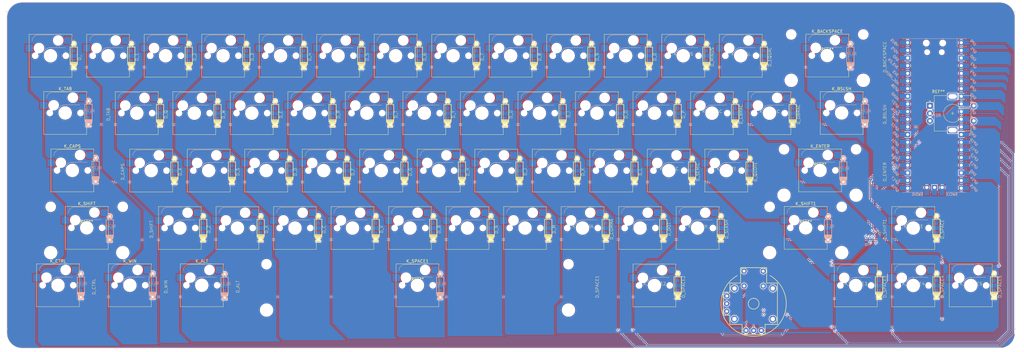
<source format=kicad_pcb>
(kicad_pcb (version 20221018) (generator pcbnew)
  (layers (0 "F.Cu" signal) (31 "B.Cu" signal) (34 "B.Paste" user) (35 "F.Paste" user) (36 "B.SilkS" user "B.Silkscreen") (37 "F.SilkS" user "F.Silkscreen") (38 "B.Mask" user) (39 "F.Mask" user) (44 "Edge.Cuts" user))
  (net 0 "")
  (footprint "personal:nothing" (layer "F.Cu") (at 440.50009 207.922334 90)
    (fp_text reference "D_ENTER")
    (fp_text value "D")
  )
  (footprint "personal:1u mx hotswap with diode" (layer "F.Cu") (at 244.73759 226.472334)
    (fp_text reference "K_C")
    (fp_text value "KEYSW")
  )
  (footprint "Mounting_Keyboard_Stabilizer:Stabilizer_Cherry_MX_2.00u" (layer "F.Cu") (at 418.56884 207.422334)
    (fp_text reference "REF**")
    (fp_text value "Stabilizer_Cherry_MX_2.00u")
  )
  (footprint "personal:1u mx hotswap with diode" (layer "F.Cu") (at 282.83759 226.472334)
    (fp_text reference "K_B")
    (fp_text value "KEYSW")
  )
  (footprint "personal:1u mx hotswap with diode" (layer "F.Cu") (at 292.36259 207.422334)
    (fp_text reference "K_H")
    (fp_text value "KEYSW")
  )
  (footprint "personal:nothing" (layer "F.Cu") (at 226.18759 246.022334 90)
    (fp_text reference "D_ALT")
    (fp_text value "D")
  )
  (footprint "personal:1u mx hotswap with diode" (layer "F.Cu") (at 182.82509 169.322334)
    (fp_text reference "K_1")
    (fp_text value "KEYSW")
  )
  (footprint "personal:nothing" (layer "F.Cu") (at 292.86259 226.972334 90)
    (fp_text reference "D_B")
    (fp_text value "D")
  )
  (footprint "Switch_Keyboard_Hotswap_Kailh:SW_Hotswap_Kailh_MX_2.00u" (layer "F.Cu") (at 420.95009 169.322334)
    (fp_text reference "K_BACKSPACE")
    (fp_text value "KEYSW")
  )
  (footprint "personal:nothing" (layer "F.Cu") (at 216.66259 226.972334 90)
    (fp_text reference "D_Z")
    (fp_text value "D")
  )
  (footprint "personal:nothing" (layer "F.Cu") (at 178.56259 246.022334 90)
    (fp_text reference "D_CTRL")
    (fp_text value "D")
  )
  (footprint "personal:nothing" (layer "F.Cu") (at 345.25009 169.822334 90)
    (fp_text reference "D_9")
    (fp_text value "D")
  )
  (footprint "personal:1u mx hotswap with diode" (layer "F.Cu") (at 197.11259 207.422334)
    (fp_text reference "K_A")
    (fp_text value "KEYSW")
  )
  (footprint "personal:1u mx hotswap with diode" (layer "F.Cu") (at 311.41259 207.422334)
    (fp_text reference "K_J")
    (fp_text value "KEYSW")
  )
  (footprint "personal:nothing" (layer "F.Cu") (at 311.91259 226.972334 90)
    (fp_text reference "D_N")
    (fp_text value "D")
  )
  (footprint "personal:nothing" (layer "F.Cu") (at 297.62509 188.872334 90)
    (fp_text reference "D_Y")
    (fp_text value "D")
  )
  (footprint "personal:1u mx hotswap with diode" (layer "F.Cu") (at 325.70009 188.372334)
    (fp_text reference "K_I")
    (fp_text value "KEYSW")
  )
  (footprint "Switch_Keyboard_Hotswap_Kailh:SW_Hotswap_Kailh_MX_1.25u" (layer "F.Cu") (at 189.96884 245.522334)
    (fp_text reference "K_WIN")
    (fp_text value "KEYSW")
  )
  (footprint "PS4_joystick_footprint-main:PS4_joystick" (layer "F.Cu") (at 396.566235 251.639321)
    (fp_text reference "REF**" hide)
    (fp_text value "XDCR_COM-09032" hide)
  )
  (footprint "personal:1u mx hotswap with diode" (layer "F.Cu") (at 449.52509 245.522334)
    (fp_text reference "K_SPACE4")
    (fp_text value "KEYSW")
  )
  (footprint "personal:nothing" (layer "F.Cu") (at 383.35009 169.822334 90)
    (fp_text reference "D_MINUS")
    (fp_text value "D")
  )
  (footprint "personal:nothing" (layer "F.Cu") (at 269.05009 169.822334 90)
    (fp_text reference "D_5")
    (fp_text value "D")
  )
  (footprint "personal:nothing" (layer "F.Cu") (at 288.10009 169.822334 90)
    (fp_text reference "D_6")
    (fp_text value "D")
  )
  (footprint "personal:nothing" (layer "F.Cu") (at 335.72509 188.872334 90)
    (fp_text reference "D_I")
    (fp_text value "D")
  )
  (footprint "personal:nothing" (layer "F.Cu") (at 316.67509 188.872334 90)
    (fp_text reference "D_U")
    (fp_text value "D")
  )
  (footprint "personal:nothing" (layer "F.Cu") (at 402.40009 169.822334 90)
    (fp_text reference "D_EQUAL")
    (fp_text value "D")
  )
  (footprint "personal:nothing" (layer "F.Cu") (at 440.50009 188.872334 90)
    (fp_text reference "D_BSLSH")
    (fp_text value "D")
  )
  (footprint "personal:1u mx hotswap with diode" (layer "F.Cu") (at 468.57509 245.522334)
    (fp_text reference "K_SPACE5")
    (fp_text value "KEYSW")
  )
  (footprint "Switch_Keyboard_Hotswap_Kailh:SW_Hotswap_Kailh_MX_1.75u" (layer "F.Cu") (at 170.91884 207.422334)
    (fp_text reference "K_CAPS")
    (fp_text value "KEYSW")
  )
  (footprint "Mounting_Keyboard_Stabilizer:Stabilizer_Cherry_MX_6.25u" (layer "F.Cu") (at 285.237077 245.522033)
    (fp_text reference "REF**")
    (fp_text value "Stabilizer_Cherry_MX_6.25u")
  )
  (footprint "personal:1u mx hotswap with diode" (layer "F.Cu") (at 392.37509 169.322334)
    (fp_text reference "K_EQUAL")
    (fp_text value "KEYSW")
  )
  (footprint "personal:nothing" (layer "F.Cu") (at 283.33759 207.922334 90)
    (fp_text reference "D_G")
    (fp_text value "D")
  )
  (footprint "Switch_Keyboard_Hotswap_Kailh:SW_Hotswap_Kailh_MX_1.25u" (layer "F.Cu") (at 213.78134 245.522334)
    (fp_text reference "K_ALT")
    (fp_text value "KEYSW")
  )
  (footprint "personal:1u mx hotswap with diode" (layer "F.Cu") (at 320.93759 226.472334)
    (fp_text reference "K_M")
    (fp_text value "KEYSW")
  )
  (footprint "Switch_Keyboard_Hotswap_Kailh:SW_Hotswap_Kailh_MX_2.25u" (layer "F.Cu") (at 418.56884 207.422334)
    (fp_text reference "K_ENTER")
    (fp_text value "KEYSW")
  )
  (footprint "personal:nothing" (layer "F.Cu") (at 459.55009 246.022334 90)
    (fp_text reference "D_SPACE4")
    (fp_text value "D")
  )
  (footprint "Switch_Keyboard_Hotswap_Kailh:SW_Hotswap_Kailh_MX_2.75u" (layer "F.Cu") (at 413.80634 226.472334)
    (fp_text reference "K_SHIFT1")
    (fp_text value "KEYSW")
  )
  (footprint "personal:nothing" (layer "F.Cu") (at 373.82509 188.872334 90)
    (fp_text reference "D_P")
    (fp_text value "D")
  )
  (footprint "Switch_Keyboard_Hotswap_Kailh:SW_Hotswap_Kailh_MX_6.25u" (layer "F.Cu") (at 285.21884 245.522334)
    (fp_text reference "K_SPACE1")
    (fp_text value "KEYSW")
  )
  (footprint "personal:nothing" (layer "F.Cu") (at 207.13759 207.922334 90)
    (fp_text reference "D_A")
    (fp_text value "D")
  )
  (footprint "personal:nothing" (layer "F.Cu") (at 245.23759 207.922334 90)
    (fp_text reference "D_D")
    (fp_text value "D")
  )
  (footprint "personal:nothing" (layer "F.Cu") (at 354.77509 188.872334 90)
    (fp_text reference "D_O")
    (fp_text value "D")
  )
  (footprint "personal:nothing" (layer "F.Cu") (at 364.30009 169.822334 90)
    (fp_text reference "D_0")
    (fp_text value "D")
  )
  (footprint "personal:nothing" (layer "F.Cu") (at 221.42509 188.872334 90)
    (fp_text reference "D_W")
    (fp_text value "D")
  )
  (footprint "personal:1u mx hotswap with diode" (layer "F.Cu") (at 259.02509 169.322334)
    (fp_text reference "K_5")
    (fp_text value "KEYSW")
  )
  (footprint "personal:1u mx hotswap with diode" (layer "F.Cu") (at 225.68759 226.472334)
    (fp_text reference "K_X")
    (fp_text value "KEYSW")
  )
  (footprint "personal:nothing" (layer "F.Cu") (at 340.48759 207.922334 90)
    (fp_text reference "D_K")
    (fp_text value "D")
  )
  (footprint "personal:nothing" (layer "F.Cu") (at 250.00009 169.822334 90)
    (fp_text reference "D_4")
    (fp_text value "D")
  )
  (footprint "personal:nothing" (layer "F.Cu") (at 388.11259 226.972334 90)
    (fp_text reference "D_SLASH")
    (fp_text value "D")
  )
  (footprint "personal:nothing" (layer "F.Cu") (at 202.37509 246.022334 90)
    (fp_text reference "D_WIN")
    (fp_text value "D")
  )
  (footprint "personal:1u mx hotswap with diode" (layer "F.Cu") (at 359.03759 226.472334)
    (fp_text reference "K_DOT")
    (fp_text value "KEYSW")
  )
  (footprint "personal:1u mx hotswap with diode" (layer "F.Cu") (at 220.92509 169.322334)
    (fp_text reference "K_3")
    (fp_text value "KEYSW")
  )
  (footprint "personal:nothing" (layer "F.Cu") (at 211.90009 169.822334 90)
    (fp_text reference "D_2")
    (fp_text value "D")
  )
  (footprint "Mounting_Keyboard_Stabilizer:Stabilizer_Cherry_MX_2.00u" (layer "F.Cu") (at 420.95009 169.322334)
    (fp_text reference "REF**")
    (fp_text value "Stabilizer_Cherry_MX_2.00u")
  )
  (footprint "personal:nothing" (layer "F.Cu") (at 307.15009 169.822334 90)
    (fp_text reference "D_7")
    (fp_text value "D")
  )
  (footprint "personal:nothing" (layer "F.Cu") (at 188.08759 207.922334 90)
    (fp_text reference "D_CAPS")
    (fp_text value "D")
  )
  (footprint "personal:1u mx hotswap with diode" (layer "F.Cu") (at 278.07509 169.322334)
    (fp_text reference "K_6")
    (fp_text value "KEYSW")
  )
  (footprint "personal:nothing" (layer "F.Cu") (at 350.01259 226.972334 90)
    (fp_text reference "D_COMMA")
    (fp_text value "D")
  )
  (footprint "Switch_Keyboard_Hotswap_Kailh:SW_Hotswap_Kailh_MX_1.50u" (layer "F.Cu") (at 168.53759 188.372334)
    (fp_text reference "K_TAB")
    (fp_text value "KEYSW")
  )
  (footprint "personal:1u mx hotswap with diode" (layer "F.Cu") (at 301.88759 226.472334)
    (fp_text reference "K_N")
    (fp_text value "KEYSW")
  )
  (footprint "personal:1u mx hotswap with diode" (layer "F.Cu") (at 363.80009 245.522334)
    (fp_text reference "K_SPACE2")
    (fp_text value "KEYSW")
  )
  (footprint "personal:nothing" (layer "F.Cu") (at 397.63759 207.922334 90)
    (fp_text reference "D_QUOTE")
    (fp_text value "D")
  )
  (footprint "personal:nothing" (layer "F.Cu") (at 378.58759 207.922334 90)
    (fp_text reference "D_SEMIC")
    (fp_text value "D")
  )
  (footprint "personal:nothing" (layer "F.Cu") (at 259.52509 188.872334 90)
    (fp_text reference "D_R")
    (fp_text value "D")
  )
  (footprint "personal:nothing" (layer "F.Cu") (at 197.61259 226.972334 90)
    (fp_text reference "D_SHIFT")
    (fp_text value "D")
  )
  (footprint "personal:1u mx hotswap with diode" (layer "F.Cu") (at 387.61259 207.422334)
    (fp_text reference "K_QUOTE")
    (fp_text value "KEYSW")
  )
  (footprint "personal:nothing" (layer "F.Cu") (at 173.80009 169.822334 90)
    (fp_text reference "D_`")
    (fp_text value "D")
  )
  (footprint "personal:nothing" (layer "F.Cu") (at 330.96259 226.972334 90)
    (fp_text reference "D_M")
    (fp_text value "D")
  )
  (footprint "personal:1u mx hotswap with diode" (layer "F.Cu") (at 339.98759 226.472334)
    (fp_text reference "K_COMMA")
    (fp_text value "KEYSW")
  )
  (footprint "personal:nothing" (layer "F.Cu") (at 440.50009 169.822334 90)
    (fp_text reference "D_BACKSPACE")
    (fp_text value "D")
  )
  (footprint "personal:1u mx hotswap with diode" (layer "F.Cu") (at 263.78759 226.472334)
    (fp_text reference "K_V")
    (fp_text value "KEYSW")
  )
  (footprint "personal:1u mx hotswap with diode" (layer "F.Cu") (at 449.52509 226.472334)
    (fp_text reference "K_SPACE")
    (fp_text value "KEYSW")
  )
  (footprint "personal:1u mx hotswap with diode" (layer "F.Cu") (at 316.17509 169.322334)
    (fp_text reference "K_8")
    (fp_text value "KEYSW")
  )
  (footprint "personal:nothing" (layer "F.Cu") (at 230.95009 169.822334 90)
    (fp_text reference "D_3")
    (fp_text value "D")
  )
  (footprint "Switch_Keyboard_Hotswap_Kailh:SW_Hotswap_Kailh_MX_1.25u" (layer "F.Cu") (at 166.15634 245.522334)
    (fp_text reference "K_CTRL")
    (fp_text value "KEYSW")
  )
  (footprint "personal:nothing" (layer "F.Cu") (at 326.20009 169.822334 90)
    (fp_text reference "D_8")
    (fp_text value "D")
  )
  (footprint "personal:nothing" (layer "F.Cu") (at 440.50009 226.972334 90)
    (fp_text reference "D_SHIFT1")
    (fp_text value "D")
  )
  (footprint "personal:nothing" (layer "F.Cu") (at 226.18759 207.922334 90)
    (fp_text reference "D_S")
    (fp_text value "D")
  )
  (footprint "personal:nothing" (layer "F.Cu") (at 411.92509 188.872334 90)
    (fp_text reference "D_OBRAC")
    (fp_text value "D")
  )
  (footprint "personal:nothing" (layer "F.Cu") (at 440.50009 246.022334 90)
    (fp_text reference "D_SPACE3")
    (fp_text value "D")
  )
  (footprint "personal:1u mx hotswap with diode" (layer "F.Cu") (at 163.77509 169.322334)
    (fp_text reference "K_`")
    (fp_text value "KEYSW")
  )
  (footprint "Rotary_Encoder:RotaryEncoder_Alps_EC11E-Switch_Vertical_H20mm" (layer "F.Cu") (at 454.961348 186.000862)
    (fp_text reference "REF**")
    (fp_text value "RotaryEncoder_Alps_EC11E-Switch_Vertical_H20mm")
  )
  (footprint "personal:nothing" (layer "F.Cu") (at 254.76259 226.972334 90)
    (fp_text reference "D_C")
    (fp_text value "D")
  )
  (footprint "personal:nothing" (layer "F.Cu") (at 345.25009 246.022334 90)
    (fp_text reference "D_SPACE1")
    (fp_text value "D")
  )
  (footprint "personal:1u mx hotswap with diode" (layer "F.Cu") (at 249.50009 188.372334)
    (fp_text reference "K_R")
    (fp_text value "KEYSW")
  )
  (footprint "personal:1u mx hotswap with diode" (layer "F.Cu") (at 363.80009 188.372334)
    (fp_text reference "K_P")
    (fp_text value "KEYSW")
  )
  (footprint "personal:nothing" (layer "F.Cu") (at 373.82509 246.022334 90)
    (fp_text reference "D_SPACE2")
    (fp_text value "D")
  )
  (footprint "personal:1u mx hotswap with diode" (layer "F.Cu") (at 211.40009 188.372334)
    (fp_text reference "K_W")
    (fp_text value "KEYSW")
  )
  (footprint "personal:1u mx hotswap with diode" (layer "F.Cu") (at 287.60009 188.372334)
    (fp_text reference "K_Y")
    (fp_text value "KEYSW")
  )
  (footprint "personal:1u mx hotswap with diode" (layer "F.Cu") (at 330.46259 207.422334)
    (fp_text reference "K_K")
    (fp_text value "KEYSW")
  )
  (footprint "personal:1u mx hotswap with diode" (layer "F.Cu") (at 354.27509 169.322334)
    (fp_text reference "K_0")
    (fp_text value "KEYSW")
  )
  (footprint "personal:1u mx hotswap with diode" (layer "F.Cu") (at 273.31259 207.422334)
    (fp_text reference "K_G")
    (fp_text value "KEYSW")
  )
  (footprint "personal:1u mx hotswap with diode" (layer "F.Cu") (at 349.51259 207.422334)
    (fp_text reference "K_L")
    (fp_text value "KEYSW")
  )
  (footprint "personal:1u mx hotswap with diode" (layer "F.Cu") (at 206.63759 226.472334)
    (fp_text reference "K_Z")
    (fp_text value "KEYSW")
  )
  (footprint "personal:1u mx hotswap with diode" (layer "F.Cu") (at 335.22509 169.322334)
    (fp_text reference "K_9")
    (fp_text value "KEYSW")
  )
  (footprint "personal:nothing" (layer "F.Cu") (at 235.71259 226.972334 90)
    (fp_text reference "D_X")
    (fp_text value "D")
  )
  (footprint "personal:1u mx hotswap with diode" (layer "F.Cu") (at 239.97509 169.322334)
    (fp_text reference "K_4")
    (fp_text value "KEYSW")
  )
  (footprint "personal:nothing" (layer "F.Cu") (at 278.57509 188.872334 90)
    (fp_text reference "D_T")
    (fp_text value "D")
  )
  (footprint "Mounting_Keyboard_Stabilizer:Stabilizer_Cherry_MX_2.00u" (layer "F.Cu") (at 175.68134 226.472334)
    (fp_text reference "REF**")
    (fp_text value "Stabilizer_Cherry_MX_2.00u")
  )
  (footprint "personal:nothing" (layer "F.Cu") (at 321.43759 207.922334 90)
    (fp_text reference "D_J")
    (fp_text value "D")
  )
  (footprint "personal:1u mx hotswap with diode" (layer "F.Cu") (at 378.08759 226.472334)
    (fp_text reference "K_SLASH")
    (fp_text value "KEYSW")
  )
  (footprint "personal:1u mx hotswap with diode" (layer "F.Cu") (at 216.16259 207.422334)
    (fp_text reference "K_S")
    (fp_text value "KEYSW")
  )
  (footprint "personal:1u mx hotswap with diode" (layer "F.Cu") (at 344.75009 188.372334)
    (fp_text reference "K_O")
    (fp_text value "KEYSW")
  )
  (footprint "personal:1u mx hotswap with diode" (layer "F.Cu") (at 254.26259 207.422334)
    (fp_text reference "K_F")
    (fp_text value "KEYSW")
  )
  (footprint "personal:nothing" (layer "F.Cu") (at 240.47509 188.872334 90)
    (fp_text reference "D_E")
    (fp_text value "D")
  )
  (footprint "personal:1u mx hotswap with diode" (layer "F.Cu") (at 382.85009 188.372334)
    (fp_text reference "K_CBRAC")
    (fp_text value "KEYSW")
  )
  (footprint "personal:nothing" (layer "F.Cu") (at 369.06259 226.972334 90)
    (fp_text reference "D_DOT")
    (fp_text value "D")
  )
  (footprint "personal:1u mx hotswap with diode" (layer "F.Cu") (at 430.47509 245.522334)
    (fp_text reference "K_SPACE3")
    (fp_text value "KEYSW")
  )
  (footprint "personal:nothing" (layer "F.Cu") (at 264.28759 207.922334 90)
    (fp_text reference "D_F")
    (fp_text value "D")
  )
  (footprint "Switch_Keyboard_Hotswap_Kailh:SW_Hotswap_Kailh_MX_2.25u" (layer "F.Cu") (at 175.68134 226.472334)
    (fp_text reference "K_SHIFT")
    (fp_text value "KEYSW")
  )
  (footprint "personal:nothing" (layer "F.Cu") (at 273.81259 226.972334 90)
    (fp_text reference "D_V")
    (fp_text value "D")
  )
  (footprint "personal:nothing" (layer "F.Cu") (at 192.85009 169.822334 90)
    (fp_text reference "D_1")
    (fp_text value "D")
  )
  (footprint "Switch_Keyboard_Hotswap_Kailh:SW_Hotswap_Kailh_MX_1.50u" (layer "F.Cu") (at 425.71259 188.372334)
    (fp_text reference "K_BSLSH")
    (fp_text value "KEYSW")
  )
  (footprint "personal:1u mx hotswap with diode" (layer "F.Cu") (at 306.65009 188.372334)
    (fp_text reference "K_U")
    (fp_text value "KEYSW")
  )
  (footprint "personal:nothing" (layer "F.Cu") (at 302.38759 207.922334 90)
    (fp_text reference "D_H")
    (fp_text value "D")
  )
  (footprint "personal:nothing" (layer "F.Cu") (at 183.32509 188.872334 90)
    (fp_text reference "D_TAB")
    (fp_text value "D")
  )
  (footprint "personal:nothing" (layer "F.Cu") (at 392.87509 188.872334 90)
    (fp_text reference "D_CBRAC")
    (fp_text value "D")
  )
  (footprint "personal:1u mx hotswap with diode" (layer "F.Cu") (at 192.35009 188.372334)
    (fp_text reference "K_Q")
    (fp_text value "KEYSW")
  )
  (footprint "personal:1u mx hotswap with diode" (layer "F.Cu") (at 368.56259 207.422334)
    (fp_text reference "K_SEMIC")
    (fp_text value "KEYSW")
  )
  (footprint "personal:1u mx hotswap with diode" (layer "F.Cu") (at 230.45009 188.372334)
    (fp_text reference "K_E")
    (fp_text value "KEYSW")
  )
  (footprint "personal:nothing" (layer "F.Cu") (at 359.53759 207.922334 90)
    (fp_text reference "D_L")
    (fp_text value "D")
  )
  (footprint "personal:1u mx hotswap with diode" (layer "F.Cu") (at 297.12509 169.322334)
    (fp_text reference "K_7")
    (fp_text value "KEYSW")
  )
  (footprint "personal:nothing" (layer "F.Cu") (at 478.60009 246.022334 90)
    (fp_text reference "D_SPACE5")
    (fp_text value "D")
  )
  (footprint "personal:1u mx hotswap with diode" (layer "F.Cu") (at 201.87509 169.322334)
    (fp_text reference "K_2")
    (fp_text value "KEYSW")
  )
  (footprint "personal:1u mx hotswap with diode" (layer "F.Cu") (at 235.21259 207.422334)
    (fp_text reference "K_D")
    (fp_text value "KEYSW")
  )
  (footprint "personal:1u mx hotswap with diode" (layer "F.Cu") (at 401.90009 188.372334)
    (fp_text reference "K_OBRAC")
    (fp_text value "KEYSW")
  )
  (footprint "personal:nothing" (layer "F.Cu") (at 202.37509 188.872334 90)
    (fp_text reference "D_Q")
    (fp_text value "D")
  )
  (footprint "personal:nothing" (layer "F.Cu") (at 459.55009 226.972334 90)
    (fp_text reference "D_SPACE")
    (fp_text value "D")
  )
  (footprint "personal:1u mx hotswap with diode" (layer "F.Cu") (at 268.55009 188.372334)
    (fp_text reference "K_T")
    (fp_text value "KEYSW")
  )
  (footprint "personal:1u mx hotswap with diode" (layer "F.Cu") (at 373.32509 169.322334)
    (fp_text reference "K_MINUS")
    (fp_text value "KEYSW")
  )
  (footprint "Mounting_Keyboard_Stabilizer:Stabilizer_Cherry_MX_2.00u" (layer "F.Cu") (at 413.80634 226.472334)
    (fp_text reference "REF**")
    (fp_text value "Stabilizer_Cherry_MX_2.00u")
  )
  (footprint "personal:diode tht smd" (layer "B.Cu") (at 428.562763 169.279635 180)
    (fp_text reference "REF**")
    (fp_text value "diode tht smd")
  )
  (footprint "personal:diode tht smd" (layer "B.Cu") (at 433.368817 188.259003 180)
    (fp_text reference "REF**")
    (fp_text value "diode tht smd")
  )
  (footprint "personal:diode tht smd" (layer "B.Cu") (at 197.474122 245.429286 180)
    (fp_text reference "REF**")
    (fp_text value "diode tht smd")
  )
  (footprint "personal:diode tht smd" (layer "B.Cu") (at 183.23864 226.511413 180)
    (fp_text reference "REF**")
    (fp_text value "diode tht smd")
  )
  (footprint "personal:diode tht smd" (layer "B.Cu") (at 421.169467 226.497573 180)
    (fp_text reference "REF**")
    (fp_text value "diode tht smd")
  )
  (footprint "personal:diode tht smd" (layer "B.Cu") (at 173.674708 245.527226 180)
    (fp_text reference "REF**")
    (fp_text value "diode tht smd")
  )
  (footprint "personal:diode tht smd" (layer "B.Cu") (at 176.21494 188.216878 180)
    (fp_text reference "REF**")
    (fp_text value "diode tht smd")
  )
  (footprint "personal:diode tht smd" (layer "B.Cu") (at 292.699326 245.551273 180)
    (fp_text reference "REF**")
    (fp_text value "diode tht smd")
  )
  (footprint "MCU_RaspberryPi_and_Boards:RPi_Pico_SMD_TH" (layer "B.Cu") (at 456.46542 189.192046 180)
    (fp_text reference "REF**")
    (fp_text value "RPi_Pico_SMD_TH")
  )
  (footprint "personal:diode tht smd" (layer "B.Cu") (at 178.572497 207.133286 180)
    (fp_text reference "REF**")
    (fp_text value "diode tht smd")
  )
  (footprint "personal:diode tht smd" (layer "B.Cu") (at 426.188888 207.28268 180)
    (fp_text reference "REF**")
    (fp_text value "diode tht smd")
  )
  (footprint "personal:diode tht smd" (layer "B.Cu") (at 221.273537 245.61817 180)
    (fp_text reference "REF**")
    (fp_text value "diode tht smd")
  )
  (gr_arc (start 154.25009 266.363649) (mid 150.714556 264.899183) (end 149.25009 261.363649) (stroke (width 0.1)) (layer "Edge.Cuts"))
  (gr_arc (start 478.10009 151.698516) (mid 481.635624 153.162982) (end 483.10009 156.698516) (stroke (width 0.1)) (layer "Edge.Cuts"))
  (gr_arc (start 149.25009 154.797334) (mid 149.25009 154.797334) (end 149.25009 154.797334) (stroke (width 0.2)) (layer "Edge.Cuts"))
  (gr_line (start 154.25009 151.698516) (end 478.10009 151.698516) (stroke (width 0.1)) (layer "Edge.Cuts"))
  (gr_line (start 478.10009 266.363649) (end 154.25009 266.363649) (stroke (width 0.1)) (layer "Edge.Cuts"))
  (gr_line (start 483.10009 156.698516) (end 483.10009 261.363649) (stroke (width 0.1)) (layer "Edge.Cuts"))
  (gr_line (start 149.25009 261.363649) (end 149.25009 156.698516) (stroke (width 0.1)) (layer "Edge.Cuts"))
  (gr_arc (start 483.10009 261.363649) (mid 481.635606 264.899148) (end 478.10009 266.363649) (stroke (width 0.1)) (layer "Edge.Cuts"))
  (gr_arc (start 149.25009 260.047334) (mid 149.25009 260.047334) (end 149.25009 260.047334) (stroke (width 0.2)) (layer "Edge.Cuts"))
  (gr_arc (start 149.25009 156.698516) (mid 150.71455 153.162968) (end 154.25009 151.698516) (stroke (width 0.1)) (layer "Edge.Cuts"))
  (gr_arc (start 483.10009 260.047334) (mid 483.10009 260.047334) (end 483.10009 260.047334) (stroke (width 0.2)) (layer "Edge.Cuts"))
  (gr_arc (start 483.10009 154.797334) (mid 483.10009 154.797334) (end 483.10009 154.797334) (stroke (width 0.2)) (layer "Edge.Cuts"))
  (segment (start 481.589494 207.026068) (end 477.725472 203.162046) (width 0.25) (layer "F.Cu") (net 0))
  (segment (start 396.363189 239.201631) (end 396.810915 238.753905) (width 0.2) (layer "F.Cu") (net 0))
  (segment (start 178.841545 211.302334) (end 178.632497 211.093286) (width 0.25) (layer "F.Cu") (net 0))
  (segment (start 440.646179 234.981073) (end 437.129667 231.464561) (width 0.25) (layer "F.Cu") (net 0))
  (segment (start 447.57542 187.922046) (end 443.865642 187.922046) (width 0.25) (layer "F.Cu") (net 0))
  (segment (start 408.705637 259.134158) (end 408.705637 249.973272) (width 0.25) (layer "F.Cu") (net 0))
  (segment (start 449.6847 163.47096) (end 450.662868 164.449128) (width 0.25) (layer "F.Cu") (net 0))
  (segment (start 443.865642 187.922046) (end 443.101863 188.685825) (width 0.25) (layer "F.Cu") (net 0))
  (segment (start 442.220404 189.567284) (end 442.220404 201.320082) (width 0.25) (layer "F.Cu") (net 0))
  (segment (start 437.39084 227.474816) (end 437.39084 211.587548) (width 0.2) (layer "F.Cu") (net 0))
  (segment (start 450.662868 209.07303) (end 451.512847 209.923009) (width 0.25) (layer "F.Cu") (net 0))
  (segment (start 435.164942 231.324013) (end 434.516155 231.9728) (width 0.25) (layer "F.Cu") (net 0))
  (segment (start 407.384752 255.256908) (end 407.636597 255.256908) (width 0.2) (layer "F.Cu") (net 0))
  (segment (start 442.220404 201.320082) (end 442.220404 202.98817) (width 0.25) (layer "F.Cu") (net 0))
  (segment (start 415.180024 237.973828) (end 421.637279 237.973828) (width 0.2) (layer "F.Cu") (net 0))
  (segment (start 436.295625 228.570031) (end 437.352755 227.512901) (width 0.2) (layer "F.Cu") (net 0))
  (segment (start 477.281797 264.396003) (end 480.981753 260.696047) (width 0.25) (layer "F.Cu") (net 0))
  (segment (start 204.72259 211.302334) (end 426.189234 211.302334) (width 0.25) (layer "F.Cu") (net 0))
  (segment (start 439.039096 173.239635) (end 442.446403 169.832328) (width 0.25) (layer "F.Cu") (net 0))
  (segment (start 396.532704 237.683052) (end 401.125467 237.683052) (width 0.2) (layer "F.Cu") (net 0))
  (segment (start 438.160372 214.870735) (end 442.249061 210.782046) (width 0.25) (layer "F.Cu") (net 0))
  (segment (start 451.349925 198.129009) (end 462.838219 186.640715) (width 0.2) (layer "F.Cu") (net 0))
  (segment (start 478.684651 198.082046) (end 465.35542 198.082046) (width 0.25) (layer "F.Cu") (net 0))
  (segment (start 437.352755 227.512901) (end 437.39084 227.474816) (width 0.2) (layer "F.Cu") (net 0))
  (segment (start 477.177714 205.702046) (end 465.35542 205.702046) (width 0.25) (layer "F.Cu") (net 0))
  (segment (start 440.646179 249.402334) (end 476.18509 249.402334) (width 0.25) (layer "F.Cu") (net 0))
  (segment (start 414.399947 238.753905) (end 415.180024 237.973828) (width 0.2) (layer "F.Cu") (net 0))
  (segment (start 436.017347 227.303857) (end 436.017347 211.08605) (width 0.25) (layer "F.Cu") (net 0))
  (segment (start 436.017347 211.08605) (end 441.401351 205.702046) (width 0.25) (layer "F.Cu") (net 0))
  (segment (start 480.981753 209.506085) (end 477.177714 205.702046) (width 0.25) (layer "F.Cu") (net 0))
  (segment (start 434.516155 231.9728) (end 419.742809 231.9728) (width 0.25) (layer "F.Cu") (net 0))
  (segment (start 458.992738 256.678283) (end 458.984444 256.678283) (width 0.2) (layer "F.Cu") (net 0))
  (segment (start 449.986155 214.941602) (end 449.986155 177.632781) (width 0.2) (layer "F.Cu") (net 0))
  (segment (start 371.41009 249.402334) (end 371.603259 249.595503) (width 0.25) (layer "F.Cu") (net 0))
  (segment (start 414.032557 237.683052) (end 416.556109 235.1595) (width 0.2) (layer "F.Cu") (net 0))
  (segment (start 396.810915 238.753905) (end 414.399947 238.753905) (width 0.2) (layer "F.Cu") (net 0))
  (segment (start 423.586099 260.624889) (end 427.881466 264.920256) (width 0.25) (layer "F.Cu") (net 0))
  (segment (start 415.200839 237.17936) (end 422.014752 237.17936) (width 0.2) (layer "F.Cu") (net 0))
  (segment (start 482.586534 261.277842) (end 482.586534 201.983929) (width 0.25) (layer "F.Cu") (net 0))
  (segment (start 478.036128 200.622046) (end 465.35542 200.622046) (width 0.25) (layer "F.Cu") (net 0))
  (segment (start 435.208734 229.285152) (end 435.159763 229.334123) (width 0.25) (layer "F.Cu") (net 0))
  (segment (start 469.461348 194.561181) (end 468.480483 195.542046) (width 0.2) (layer "F.Cu") (net 0))
  (segment (start 438.160372 230.352334) (end 457.13509 230.352334) (width 0.25) (layer "F.Cu") (net 0))
  (segment (start 394.041235 257.834022) (end 394.4147 257.460557) (width 0.2) (layer "F.Cu") (net 0))
  (segment (start 214.24759 230.352334) (end 214.128511 230.471413) (width 0.25) (layer "F.Cu") (net 0))
  (segment (start 482.108913 204.694831) (end 478.036128 200.622046) (width 0.25) (layer "F.Cu") (net 0))
  (segment (start 440.646179 249.402334) (end 440.646179 234.981073) (width 0.25) (layer "F.Cu") (net 0))
  (segment (start 428.622763 173.239635) (end 439.039096 173.239635) (width 0.25) (layer "F.Cu") (net 0))
  (segment (start 199.96009 192.252334) (end 433.395486 192.252334) (width 0.25) (layer "F.Cu") (net 0))
  (segment (start 468.480483 195.542046) (end 465.35542 195.542046) (width 0.2) (layer "F.Cu") (net 0))
  (segment (start 437.514152 249.973272) (end 438.08509 249.402334) (width 0.25) (layer "F.Cu") (net 0))
  (segment (start 477.460855 264.920256) (end 481.589494 260.791617) (width 0.25) (layer "F.Cu") (net 0))
  (segment (start 357.242604 265.940488) (end 477.923888 265.940488) (width 0.25) (layer "F.Cu") (net 0))
  (segment (start 438.08509 249.402334) (end 440.646179 249.402334) (width 0.25) (layer "F.Cu") (net 0))
  (segment (start 422.369568 259.3494) (end 456.321621 259.3494) (width 0.2) (layer "F.Cu") (net 0))
  (segment (start 477.831591 239.115289) (end 477.831591 209.434228) (width 0.2) (layer "F.Cu") (net 0))
  (segment (start 384.622896 249.595503) (end 384.622896 260.078579) (width 0.25) (layer "F.Cu") (net 0))
  (segment (start 443.770854 163.47096) (end 449.6847 163.47096) (width 0.25) (layer "F.Cu") (net 0))
  (segment (start 416.556109 235.1595) (end 416.928782 234.786827) (width 0.2) (layer "F.Cu") (net 0))
  (segment (start 204.72259 211.302334) (end 178.841545 211.302334) (width 0.25) (layer "F.Cu") (net 0))
  (segment (start 441.00315 204.205424) (end 434.638448 210.570126) (width 0.25) (layer "F.Cu") (net 0))
  (segment (start 452.315728 217.271175) (end 449.986155 214.941602) (width 0.2) (layer "F.Cu") (net 0))
  (segment (start 399.859494 253.720071) (end 399.859494 250.083795) (width 0.2) (layer "F.Cu") (net 0))
  (segment (start 396.363189 246.58749) (end 396.363189 239.201631) (width 0.2) (layer "F.Cu") (net 0))
  (segment (start 442.489791 261.453142) (end 445.432652 264.396003) (width 0.25) (layer "F.Cu") (net 0))
  (segment (start 476.639409 208.242046) (end 465.35542 208.242046) (width 0.2) (layer "F.Cu") (net 0))
  (segment (start 461.956383 209.923009) (end 465.35542 213.322046) (width 0.25) (layer "F.Cu") (net 0))
  (segment (start 449.986155 177.632781) (end 447.57542 175.222046) (width 0.2) (layer "F.Cu") (net 0))
  (segment (start 434.638448 210.570126) (end 434.638448 214.613334) (width 0.25) (layer "F.Cu") (net 0))
  (segment (start 445.432652 264.396003) (end 477.281797 264.396003) (width 0.25) (layer "F.Cu") (net 0))
  (segment (start 436.295625 229.291367) (end 436.295625 228.570031) (width 0.2) (layer "F.Cu") (net 0))
  (segment (start 396.713503 238.140105) (end 414.240094 238.140105) (width 0.2) (layer "F.Cu") (net 0))
  (segment (start 477.923888 265.940488) (end 482.586534 261.277842) (width 0.25) (layer "F.Cu") (net 0))
  (segment (start 405.689415 262.15038) (end 408.705637 259.134158) (width 0.25) (layer "F.Cu") (net 0))
  (segment (start 421.637279 237.973828) (end 422.445669 238.782218) (width 0.2) (layer "F.Cu") (net 0))
  (segment (start 442.489791 260.55769) (end 442.489791 261.453142) (width 0.25) (layer "F.Cu") (net 0))
  (segment (start 437.39084 211.587548) (end 442.259053 206.719335) (width 0.2) (layer "F.Cu") (net 0))
  (segment (start 443.101863 188.685825) (end 442.220404 189.567284) (width 0.25) (layer "F.Cu") (net 0))
  (segment (start 422.014752 237.17936) (end 422.419015 237.583623) (width 0.2) (layer "F.Cu") (net 0))
  (segment (start 442.446403 169.832328) (end 442.446403 164.795411) (width 0.25) (layer "F.Cu") (net 0))
  (segment (start 447.57542 203.162046) (end 442.73957 203.162046) (width 0.25) (layer "F.Cu") (net 0))
  (segment (start 395.773747 239.079861) (end 396.713503 238.140105) (width 0.2) (layer "F.Cu") (net 0))
  (segment (start 442.73957 203.162046) (end 437.223499 208.678117) (width 0.25) (layer "F.Cu") (net 0))
  (segment (start 419.742809 231.9728) (end 416.556109 235.1595) (width 0.25) (layer "F.Cu") (net 0))
  (segment (start 171.388423 173.199001) (end 428.582129 173.199001) (width 0.25) (layer "F.Cu") (net 0))
  (segment (start 408.705637 249.973272) (end 437.514152 249.973272) (width 0.25) (layer "F.Cu") (net 0))
  (segment (start 199.884634 192.176878) (end 176.27494 192.176878) (width 0.25) (layer "F.Cu") (net 0))
  (segment (start 214.24759 230.352334) (end 438.160372 230.352334) (width 0.25) (layer "F.Cu") (net 0))
  (segment (start 482.108913 261.074574) (end 482.108913 204.694831) (width 0.25) (layer "F.Cu") (net 0))
  (segment (start 356.510874 260.336811) (end 361.610859 265.436796) (width 0.25) (layer "F.Cu") (net 0))
  (segment (start 434.638448 214.613334) (end 434.638448 228.504489) (width 0.25) (layer "F.Cu") (net 0))
  (segment (start 482.586534 201.983929) (end 478.684651 198.082046) (width 0.25) (layer "F.Cu") (net 0))
  (segment (start 442.249061 210.782046) (end 447.57542 210.782046) (width 0.25) (layer "F.Cu") (net 0))
  (segment (start 434.638448 228.504489) (end 433.849492 229.293445) (width 0.25) (layer "F.Cu") (net 0))
  (segment (start 458.984444 256.678283) (end 458.971576 256.691151) (width 0.2) (layer "F.Cu") (net 0))
  (segment (start 481.589494 260.791617) (end 481.589494 207.026068) (width 0.25) (layer "F.Cu") (net 0))
  (segment (start 399.859494 250.083795) (end 396.363189 246.58749) (width 0.2) (layer "F.Cu") (net 0))
  (segment (start 458.971278 219.141658) (end 457.100795 217.271175) (width 0.2) (layer "F.Cu") (net 0))
  (segment (start 477.725472 203.162046) (end 465.35542 203.162046) (width 0.25) (layer "F.Cu") (net 0))
  (segment (start 384.622896 260.078579) (end 386.694697 262.15038) (width 0.25) (layer "F.Cu") (net 0))
  (segment (start 397.464374 255.445165) (end 397.632271 255.277268) (width 0.2) (layer "F.Cu") (net 0))
  (segment (start 176.062078 249.402334) (end 176.020459 249.443953) (width 0.25) (layer "F.Cu") (net 0))
  (segment (start 480.981753 260.696047) (end 480.981753 209.506085) (width 0.25) (layer "F.Cu") (net 0))
  (segment (start 442.259053 206.719335) (end 442.986466 206.719335) (width 0.2) (layer "F.Cu") (net 0))
  (segment (start 437.223499 208.678117) (end 435.208734 210.692882) (width 0.25) (layer "F.Cu") (net 0))
  (segment (start 401.125467 237.683052) (end 414.032557 237.683052) (width 0.2) (layer "F.Cu") (net 0))
  (segment (start 397.310925 254.564332) (end 406.692176 254.564332) (width 0.2) (layer "F.Cu") (net 0))
  (segment (start 441.401351 205.702046) (end 447.57542 205.702046) (width 0.25) (layer "F.Cu") (net 0))
  (segment (start 390.709838 251.624521) (end 395.773747 246.560612) (width 0.2) (layer "F.Cu") (net 0))
  (segment (start 351.722987 260.420871) (end 357.242604 265.940488) (width 0.25) (layer "F.Cu") (net 0))
  (segment (start 394.4147 257.460557) (end 397.310925 254.564332) (width 0.2) (layer "F.Cu") (net 0))
  (segment (start 386.694697 262.15038) (end 405.689415 262.15038) (width 0.25) (layer "F.Cu") (net 0))
  (segment (start 456.321621 259.3494) (end 458.992738 256.678283) (width 0.2) (layer "F.Cu") (net 0))
  (segment (start 387.661235 251.624521) (end 390.709838 251.624521) (width 0.2) (layer "F.Cu") (net 0))
  (segment (start 414.240094 238.140105) (end 415.200839 237.17936) (width 0.2) (layer "F.Cu") (net 0))
  (segment (start 433.395486 192.252334) (end 433.428817 192.219003) (width 0.25) (layer "F.Cu") (net 0))
  (segment (start 361.610859 265.436796) (end 477.746691 265.436796) (width 0.25) (layer "F.Cu") (net 0))
  (segment (start 397.632271 255.277268) (end 399.833588 255.277268) (width 0.2) (layer "F.Cu") (net 0))
  (segment (start 393.391235 240.824521) (end 396.532704 237.683052) (width 0.2) (layer "F.Cu") (net 0))
  (segment (start 468.869435 186.000862) (end 469.461348 186.000862) (width 0.2) (layer "F.Cu") (net 0))
  (segment (start 428.582129 173.199001) (end 428.622763 173.239635) (width 0.25) (layer "F.Cu") (net 0))
  (segment (start 199.96009 192.252334) (end 199.884634 192.176878) (width 0.25) (layer "F.Cu") (net 0))
  (segment (start 451.512847 209.923009) (end 461.956383 209.923009) (width 0.25) (layer "F.Cu") (net 0))
  (segment (start 458.971278 237.960126) (end 458.971278 219.141658) (width 0.2) (layer "F.Cu") (net 0))
  (segment (start 442.446403 164.795411) (end 443.770854 163.47096) (width 0.25) (layer "F.Cu") (net 0))
  (segment (start 214.128511 230.471413) (end 183.29864 230.471413) (width 0.25) (layer "F.Cu") (net 0))
  (segment (start 394.041235 260.514521) (end 394.041235 257.834022) (width 0.2) (layer "F.Cu") (net 0))
  (segment (start 395.773747 246.560612) (end 395.773747 239.079861) (width 0.2) (layer "F.Cu") (net 0))
  (segment (start 171.38509 173.202334) (end 171.388423 173.199001) (width 0.25) (layer "F.Cu") (net 0))
  (segment (start 371.41009 249.402334) (end 176.062078 249.402334) (width 0.25) (layer "F.Cu") (net 0))
  (segment (start 477.831591 209.434228) (end 476.639409 208.242046) (width 0.2) (layer "F.Cu") (net 0))
  (segment (start 469.461348 191.000862) (end 469.461348 194.561181) (width 0.2) (layer "F.Cu") (net 0))
  (segment (start 468.229582 186.640715) (end 468.869435 186.000862) (width 0.2) (layer "F.Cu") (net 0))
  (segment (start 396.581235 260.534521) (end 396.581235 256.328304) (width 0.2) (layer "F.Cu") (net 0))
  (segment (start 173.832648 249.389286) (end 197.534122 249.389286) (width 0.25) (layer "F.Cu") (net 0))
  (segment (start 435.208734 210.692882) (end 435.208734 214.386618) (width 0.25) (layer "F.Cu") (net 0))
  (segment (start 450.662868 164.449128) (end 450.662868 209.07303) (width 0.25) (layer "F.Cu") (net 0))
  (segment (start 477.746691 265.436796) (end 482.108913 261.074574) (width 0.25) (layer "F.Cu") (net 0))
  (segment (start 457.100795 217.271175) (end 452.315728 217.271175) (width 0.2) (layer "F.Cu") (net 0))
  (segment (start 442.220404 202.98817) (end 441.00315 204.205424) (width 0.25) (layer "F.Cu") (net 0))
  (segment (start 438.160372 230.352334) (end 438.160372 214.870735) (width 0.25) (layer "F.Cu") (net 0))
  (segment (start 426.189234 211.302334) (end 426.248888 211.24268) (width 0.25) (layer "F.Cu") (net 0))
  (segment (start 406.692176 254.564332) (end 407.384752 255.256908) (width 0.2) (layer "F.Cu") (net 0))
  (segment (start 435.208734 214.386618) (end 435.208734 229.285152) (width 0.25) (layer "F.Cu") (net 0))
  (segment (start 396.581235 256.328304) (end 397.464374 255.445165) (width 0.2) (layer "F.Cu") (net 0))
  (segment (start 462.838219 186.640715) (end 468.229582 186.640715) (width 0.2) (layer "F.Cu") (net 0))
  (segment (start 427.881466 264.920256) (end 477.460855 264.920256) (width 0.25) (layer "F.Cu") (net 0))
  (segment (start 173.734708 249.487226) (end 173.832648 249.389286) (width 0.25) (layer "F.Cu") (net 0))
  (segment (start 371.603259 249.595503) (end 384.622896 249.595503) (width 0.25) (layer "F.Cu") (net 0))
  (via (at 399.833588 255.277268) (size 0.8) (drill 0.4) (layers "F.Cu" "B.Cu") (net 0))
  (via (at 477.831591 239.115289) (size 0.8) (drill 0.4) (layers "F.Cu" "B.Cu") (net 0))
  (via (at 458.971576 256.691151) (size 0.8) (drill 0.4) (layers "F.Cu" "B.Cu") (net 0))
  (via (at 435.159763 229.334123) (size 0.8) (drill 0.4) (layers "F.Cu" "B.Cu") (net 0))
  (via (at 458.971278 237.960126) (size 0.8) (drill 0.4) (layers "F.Cu" "B.Cu") (net 0))
  (via (at 356.510874 260.336811) (size 0.8) (drill 0.4) (layers "F.Cu" "B.Cu") (net 0))
  (via (at 436.295625 229.291367) (size 0.8) (drill 0.4) (layers "F.Cu" "B.Cu") (net 0))
  (via (at 399.859494 253.720071) (size 0.8) (drill 0.4) (layers "F.Cu" "B.Cu") (net 0))
  (via (at 351.722987 260.420871) (size 0.8) (drill 0.4) (layers "F.Cu" "B.Cu") (net 0))
  (via (at 442.489791 260.55769) (size 0.8) (drill 0.4) (layers "F.Cu" "B.Cu") (net 0))
  (via (at 407.636597 255.256908) (size 0.8) (drill 0.4) (layers "F.Cu" "B.Cu") (net 0))
  (via (at 437.129667 231.464561) (size 0.8) (drill 0.4) (layers "F.Cu" "B.Cu") (net 0))
  (via (at 436.017347 227.303857) (size 0.8) (drill 0.4) (layers "F.Cu" "B.Cu") (net 0))
  (via (at 422.369568 259.3494) (size 0.8) (drill 0.4) (layers "F.Cu" "B.Cu") (net 0))
  (via (at 442.986466 206.719335) (size 0.8) (drill 0.4) (layers "F.Cu" "B.Cu") (net 0))
  (via (at 451.349925 198.129009) (size 0.8) (drill 0.4) (layers "F.Cu" "B.Cu") (net 0))
  (via (at 435.164942 231.324013) (size 0.8) (drill 0.4) (layers "F.Cu" "B.Cu") (net 0))
  (via (at 422.445669 238.782218) (size 0.8) (drill 0.4) (layers "F.Cu" "B.Cu") (net 0))
  (via (at 423.586099 260.624889) (size 0.8) (drill 0.4) (layers "F.Cu" "B.Cu") (net 0))
  (via (at 422.419015 237.583623) (size 0.8) (drill 0.4) (layers "F.Cu" "B.Cu") (net 0))
  (via (at 433.849492 229.293445) (size 0.8) (drill 0.4) (layers "F.Cu" "B.Cu") (net 0))
  (segment (start 299.47509 185.902334) (end 299.47509 200.189834) (width 0.25) (layer "B.Cu") (net 0))
  (segment (start 435.159763 231.318834) (end 435.164942 231.324013) (width 0.25) (layer "B.Cu") (net 0))
  (segment (start 175.65009 174.977474) (end 180.465369 179.792753) (width 0.25) (layer "B.Cu") (net 0))
  (segment (start 159.07134 264.480648) (end 160.607841 266.017149) (width 0.25) (layer "B.Cu") (net 0))
  (segment (start 289.95009 176.377334) (end 280.42509 185.902334) (width 0.25) (layer "B.Cu") (net 0))
  (segment (start 180.465369 179.792753) (end 180.465369 206.992085) (width 0.25) (layer "B.Cu") (net 0))
  (segment (start 465.35542 180.302046) (end 478.753328 180.302046) (width 0.25) (layer "B.Cu") (net 0))
  (segment (start 437.552605 213.322046) (end 447.57542 213.322046) (width 0.25) (layer "B.Cu") (net 0))
  (segment (start 454.961348 191.000862) (end 454.656604 191.000862) (width 0.2) (layer "B.Cu") (net 0))
  (segment (start 421.802916 259.916052) (end 422.369568 259.3494) (width 0.2) (layer "B.Cu") (net 0))
  (segment (start 475.639915 210.782046) (end 465.35542 210.782046) (width 0.25) (layer "B.Cu") (net 0))
  (segment (start 206.69634 240.836254) (end 206.69634 242.982334) (width 0.25) (layer "B.Cu") (net 0))
  (segment (start 200.242866 265.10939) (end 477.693267 265.10939) (width 0.25) (layer "B.Cu") (net 0))
  (segment (start 204.565036 200.52978) (end 208.98759 204.952334) (width 0.25) (layer "B.Cu") (net 0))
  (segment (start 477.285897 187.922046) (end 465.35542 187.922046) (width 0.25) (layer "B.Cu") (net 0))
  (segment (start 442.35009 229.178145) (end 442.35009 224.002334) (width 0.25) (layer "B.Cu") (net 0))
  (segment (start 442.986466 206.719335) (end 442.986466 186.424771) (width 0.2) (layer "B.Cu") (net 0))
  (segment (start 481.328274 260.831819) (end 477.502509 264.657584) (width 0.25) (layer "B.Cu") (net 0))
  (segment (start 342.33759 214.477334) (end 351.86259 224.002334) (width 0.25) (layer "B.Cu") (net 0))
  (segment (start 393.391235 256.998713) (end 395.333441 258.940919) (width 0.2) (layer "B.Cu") (net 0))
  (segment (start 387.676235 249.099321) (end 387.64546 249.068546) (width 0.2) (layer "B.Cu") (net 0))
  (segment (start 251.85009 176.377334) (end 242.32509 185.902334) (width 0.25) (layer "B.Cu") (net 0))
  (segment (start 465.957187 184.780279) (end 465.35542 185.382046) (width 0.25) (layer "B.Cu") (net 0))
  (segment (start 237.56259 235.958296) (end 238.94763 237.343336) (width 0.25) (layer "B.Cu") (net 0))
  (segment (start 461.40009 243.052334) (end 461.40009 239.159611) (width 0.25) (layer "B.Cu") (net 0))
  (segment (start 479.964968 186.046908) (end 478.192575 184.274515) (width 0.25) (layer "B.Cu") (net 0))
  (segment (start 423.30009 243.052334) (end 420.926286 243.052334) (width 0.25) (layer "B.Cu") (net 0))
  (segment (start 185.17509 185.902334) (end 185.17509 200.189834) (width 0.25) (layer "B.Cu") (net 0))
  (segment (start 214.481459 237.584357) (end 209.948237 237.584357) (width 0.25) (layer "B.Cu") (net 0))
  (segment (start 442.405842 260.473741) (end 442.489791 260.55769) (width 0.25) (layer "B.Cu") (net 0))
  (segment (start 366.15009 176.377334) (end 356.62509 185.902334) (width 0.25) (layer "B.Cu") (net 0))
  (segment (start 482.2468 261.198082) (end 477.867168 265.577714) (width 0.25) (layer "B.Cu") (net 0))
  (segment (start 160.607841 266.017149) (end 478.072983 266.017149) (width 0.25) (layer "B.Cu") (net 0))
  (segment (start 480.862135 179.094885) (end 479.529296 177.762046) (width 0.25) (layer "B.Cu") (net 0))
  (segment (start 433.515221 198.896029) (end 435.71887 201.099678) (width 0.25) (layer "B.Cu") (net 0))
  (segment (start 454.656604 191.000862) (end 447.57542 198.082046) (width 0.2) (layer "B.Cu") (net 0))
  (segment (start 356.62509 243.052334) (end 356.62509 260.222595) (width 0.25) (layer "B.Cu") (net 0))
  (segment (start 461.40009 243.052334) (end 461.40009 238.878375) (width 0.25) (layer "B.Cu") (net 0))
  (segment (start 238.94763 262.658429) (end 240.490768 264.201567) (width 0.25) (layer "B.Cu") (net 0))
  (segment (start 318.52509 200.189834) (end 323.28759 204.952334) (width 0.25) (layer "B.Cu") (net 0))
  (segment (start 479.529296 177.762046) (end 465.35542 177.762046) (width 0.25) (layer "B.Cu") (net 0))
  (segment (start 213.75009 176.377334) (end 204.22509 185.902334) (width 0.25) (layer "B.Cu") (net 0))
  (segment (start 156.60009 180.979834) (end 161.45259 185.832334) (width 0.25) (layer "B.Cu") (net 0))
  (segment (start 266.13759 204.952334) (end 266.13759 214.477334) (width 0.25) (layer "B.Cu") (net 0))
  (segment (start 278.13384 242.982334) (end 278.009149 243.107025) (width 0.25) (layer "B.Cu") (net 0))
  (segment (start 365.080057 236.937382) (end 361.605173 236.937382) (width 0.25) (layer "B.Cu") (net 0))
  (segment (start 480.703463 172.682046) (end 465.35542 172.682046) (width 0.25) (layer "B.Cu") (net 0))
  (segment (start 387.661235 257.399876) (end 389.202278 258.940919) (width 0.2) (layer "B.Cu") (net 0))
  (segment (start 366.15009 166.852334) (end 366.15009 176.377334) (width 0.25) (layer "B.Cu") (net 0))
  (segment (start 477.502509 264.657584) (end 210.331155 264.657584) (width 0.25) (layer "B.Cu") (net 0))
  (segment (start 389.202278 258.940919) (end 395.333441 258.940919) (width 0.2) (layer "B.Cu") (net 0))
  (segment (start 262.149163 263.75184) (end 256.61259 258.215267) (width 0.25) (layer "B.Cu") (net 0))
  (segment (start 477.867168 265.577714) (end 187.376389 265.577714) (width 0.25) (layer "B.Cu") (net 0))
  (segment (start 361.605173 236.937382) (end 356.62509 241.917465) (width 0.25) (layer "B.Cu") (net 0))
  (segment (start 156.60009 166.852334) (end 156.60009 180.979834) (width 0.25) (layer "B.Cu") (net 0))
  (segment (start 386.612343 249.068546) (end 385.859217 249.821672) (width 0.2) (layer "B.Cu") (net 0))
  (segment (start 328.05009 166.852334) (end 328.05009 176.377334) (width 0.25) (layer "B.Cu") (net 0))
  (segment (start 294.71259 224.002334) (end 294.71259 262.401982) (width 0.25) (layer "B.Cu") (net 0))
  (segment (start 332.81259 224.002334) (end 332.81259 250.503689) (width 0.25) (layer "B.Cu") (net 0))
  (segment (start 370.91259 224.002334) (end 370.91259 231.104849) (width 0.25) (layer "B.Cu") (net 0))
  (segment (start 375.67509 185.902334) (end 375.67509 200.189834) (width 0.25) (layer "B.Cu") (net 0))
  (segment (start 477.685861 238.241086) (end 477.993673 237.933274) (width 0.25) (layer "B.Cu") (net 0))
  (segment (start 385.20009 176.377334) (end 375.67509 185.902334) (width 0.25) (layer "B.Cu") (net 0))
  (segment (start 442.35009 243.052334) (end 442.405842 243.108086) (width 0.25) (layer "B.Cu") (net 0))
  (segment (start 240.490768 264.201567) (end 477.304037 264.201567) (width 0.25) (layer "B.Cu") (net 0))
  (segment (start 482.700943 261.389189) (end 482.700943 168.193472) (width 0.25) (layer "B.Cu") (net 0))
  (segment (start 187.376389 265.577714) (end 182.88384 261.085165) (width 0.25) (layer "B.Cu") (net 0))
  (segment (start 480.066882 175.361433) (end 481.328274 176.622825) (width 0.25) (layer "B.Cu") (net 0))
  (segment (start 413.86509 166.782334) (end 413.86509 181.069834) (width 0.25) (layer "B.Cu") (net 0))
  (segment (start 289.95009 166.852334) (end 289.95009 176.377334) (width 0.25) (layer "B.Cu") (net 0))
  (segment (start 468.555609 189.633988) (end 466.183478 189.633988) (width 0.25) (layer "B.Cu") (net 0))
  (segment (start 218.448028 233.617788) (end 214.481459 237.584357) (width 0.25) (layer "B.Cu") (net 0))
  (segment (start 444.029191 185.382046) (end 447.57542 185.382046) (width 0.2) (layer "B.Cu") (net 0))
  (segment (start 361.38759 214.477334) (end 370.91259 224.002334) (width 0.25) (layer "B.Cu") (net 0))
  (segment (start 479.087272 259.834029) (end 479.087272 191.48634) (width 0.25) (layer "B.Cu") (net 0))
  (segment (start 318.52509 185.902334) (end 318.52509 200.189834) (width 0.25) (layer "B.Cu") (net 0))
  (segment (start 413.86509 181.069834) (end 418.62759 185.832334) (width 0.25) (layer "B.Cu") (net 0))
  (segment (start 395.333441 258.940919) (end 397.547633 258.940919) (width 0.2) (layer "B.Cu") (net 0))
  (segment (start 387.64546 249.068546) (end 386.612343 249.068546) (width 0.2) (layer "B.Cu") (net 0))
  (segment (start 247.08759 214.477334) (end 256.61259 224.002334) (width 0.25) (layer "B.Cu") (net 0))
  (segment (start 411.48384 209.928276) (end 413.892662 212.337098) (width 0.25) (layer "B.Cu") (net 0))
  (segment (start 406.72134 228.847388) (end 406.72134 223.932334) (width 0.25) (layer "B.Cu") (net 0))
  (segment (start 465.35542 175.222046) (end 465.494807 175.361433) (width 0.25) (layer "B.Cu") (net 0))
  (segment (start 479.531911 190.16806) (end 477.285897 187.922046) (width 0.25) (layer "B.Cu") (net 0))
  (segment (start 204.22509 185.902334) (end 204.565036 186.24228) (width 0.25) (layer "B.Cu") (net 0))
  (segment (start 420.926286 243.052334) (end 406.72134 228.847388) (width 0.25) (layer "B.Cu") (net 0))
  (segment (start 423.30009 260.33888) (end 423.586099 260.624889) (width 0.25) (layer "B.Cu") (net 0))
  (segment (start 469.062408 189.127189) (end 468.555609 189.633988) (width 0.25) (layer "B.Cu") (net 0))
  (segment (start 256.61259 258.215267) (end 256.61259 224.002334) (width 0.25) (layer "B.Cu") (net 0))
  (segment (start 393.897008 223.932334) (end 406.72134 223.932334) (width 0.25) (layer "B.Cu") (net 0))
  (segment (start 418.62759 190.722675) (end 424.94239 197.037475) (width 0.25) (layer "B.Cu") (net 0))
  (segment (start 347.10009 166.852334) (end 347.10009 176.377334) (width 0.25) (layer "B.Cu") (net 0))
  (segment (start 280.42509 200.189834) (end 285.18759 204.952334) (width 0.25) (layer "B.Cu") (net 0))
  (segment (start 430.725846 197.037475) (end 435.081277 201.392906) (width 0.25) (layer "B.Cu") (net 0))
  (segment (start 309.00009 166.852334) (end 309.00009 176.377334) (width 0.25) (layer "B.Cu") (net 0))
  (segment (start 465.494807 175.361433) (end 480.066882 175.361433) (width 0.25) (layer "B.Cu") (net 0))
  (segment (start 476.207589 261.408371) (end 478.170538 259.445422) (width 0.2) (layer "B.Cu") (net 0))
  (segment (start 209.948237 237.584357) (end 206.69634 240.836254) (width 0.25) (layer "B.Cu") (net 0))
  (segment (start 351.722987 224.141937) (end 351.722987 260.420871) (width 0.25) (layer "B.Cu") (net 0))
  (segment (start 457.524922 235.003207) (end 448.175152 235.003207) (width 0.25) (layer "B.Cu") (net 0))
  (segment (start 460.068333 188.500862) (end 465.35542 183.213775) (width 0.2) (layer "B.Cu") (net 0))
  (segment (start 453.03053 191.869296) (end 453.03053 187.93168) (width 0.25) (layer "B.Cu") (net 0))
  (segment (start 433.849492 229.293445) (end 433.849492 232.57521) (width 0.25) (layer "B.Cu") (net 0))
  (segment (start 218.448028 224.066896) (end 218.448028 233.617788) (width 0.25) (layer "B.Cu") (net 0))
  (segment (start 419.284458 259.916052) (end 421.802916 259.916052) (width 0.2) (layer "B.Cu") (net 0))
  (segment (start 462.318615 238.241086) (end 477.685861 238.241086) (width 0.25) (layer "B.Cu") (net 0))
  (segment (start 385.859217 249.821672) (end 385.859217 256.75215) (width 0.2) (layer "B.Cu") (net 0))
  (segment (start 476.908811 263.29757) (end 479.964968 260.241413) (width 0.25) (layer "B.Cu") (net 0))
  (segment (start 299.47509 200.189834) (end 304.23759 204.952334) (width 0.25) (layer "B.Cu") (net 0))
  (segment (start 228.03759 214.477334) (end 237.56259 224.002334) (width 0.25) (layer "B.Cu") (net 0))
  (segment (start 435.71887 201.099678) (end 435.71887 211.488311) (width 0.25) (layer "B.Cu") (net 0))
  (segment (start 481.328274 176.622825) (end 481.328274 260.831819) (width 0.25) (layer "B.Cu") (net 0))
  (segment (start 351.86259 224.002334) (end 351.722987 224.141937) (width 0.25) (layer "B.Cu") (net 0))
  (segment (start 478.176066 259.439894) (end 478.176066 258.422838) (width 0.2) (layer "B.Cu") (net 0))
  (segment (start 451.349925 198.129009) (end 448.856888 200.622046) (width 0.2) (layer "B.Cu") (net 0))
  (segment (start 278.009149 262.281697) (end 279.025022 263.29757) (width 0.25) (layer "B.Cu") (net 0))
  (segment (start 313.723215 261.566057) (end 314.552336 262.395178) (width 0.25) (layer "B.Cu") (net 0))
  (segment (start 380.43759 210.472916) (end 393.897008 223.932334) (width 0.25) (layer "B.Cu") (net 0))
  (segment (start 223.27509 200.189834) (end 228.03759 204.952334) (width 0.25) (layer "B.Cu") (net 0))
  (segment (start 182.88384 261.085165) (end 182.88384 242.982334) (width 0.25) (layer "B.Cu") (net 0))
  (segment (start 482.2468 168.768727) (end 482.2468 261.198082) (width 0.25) (layer "B.Cu") (net 0))
  (segment (start 442.986466 186.424771) (end 444.029191 185.382046) (width 0.2) (layer "B.Cu") (net 0))
  (segment (start 422.445669 238.782218) (end 428.825759 238.782218) (width 0.2) (layer "B.Cu") (net 0))
  (segment (start 448.856888 200.622046) (end 447.57542 200.622046) (width 0.2) (layer "B.Cu") (net 0))
  (segment (start 337.57509 200.189834) (end 342.33759 204.952334) (width 0.25) (layer "B.Cu") (net 0))
  (segment (start 480.401972 181.95069) (end 480.401972 260.463562) (width 0.25) (layer "B.Cu") (net 0))
  (segment (start 189.93759 204.952334) (end 189.93759 214.477334) (width 0.25) (layer "B.Cu") (net 0))
  (segment (start 251.85009 166.852334) (end 251.85009 176.377334) (width 0.25) (layer "B.Cu") (net 0))
  (segment (start 482.700943 168.193472) (end 479.820455 165.312984) (width 0.25) (layer "B.Cu") (net 0))
  (segment (start 337.57509 185.902334) (end 337.57509 200.189834) (width 0.25) (layer "B.Cu") (net 0))
  (segment (start 294.71259 262.401982) (end 295.15098 262.840372) (width 0.25) (layer "B.Cu") (net 0))
  (segment (start 204.565036 186.24228) (end 204.565036 200.52978) (width 0.25) (layer "B.Cu") (net 0))
  (segment (start 478.192575 184.274515) (end 468.770015 184.274515) (width 0.25) (layer "B.Cu") (net 0))
  (segment (start 385.20009 166.852334) (end 385.20009 176.377334) (width 0.25) (layer "B.Cu") (net 0))
  (segment (start 461.40009 238.878375) (end 457.524922 235.003207) (width 0.25) (layer "B.Cu") (net 0))
  (segment (start 451.89778 193.002046) (end 453.03053 191.869296) (width 0.25) (layer "B.Cu") (net 0))
  (segment (start 436.295625 231.312352) (end 436.295625 229.291367) (width 0.2) (layer "B.Cu") (net 0))
  (segment (start 480.862135 260.643469) (end 480.862135 179.094885) (width 0.25) (layer "B.Cu") (net 0))
  (segment (start 435.081277 216.733521) (end 442.35009 224.002334) (width 0.25) (layer "B.Cu") (net 0))
  (segment (start 411.48384 204.882334) (end 411.48384 209.928276) (width 0.25) (layer "B.Cu") (net 0))
  (segment (start 422.083629 260.514521) (end 422.977479 261.408371) (width 0.2) (layer "B.Cu") (net 0))
  (segment (start 332.81259 250.503689) (end 330.90235 252.413929) (width 0.25) (layer "B.Cu") (net 0))
  (segment (start 408.721959 197.800884) (end 410.846906 199.925831) (width 0.25) (layer "B.Cu") (net 0))
  (segment (start 375.67509 200.189834) (end 380.43759 204.952334) (width 0.25) (layer "B.Cu") (net 0))
  (segment (start 270.90009 176.377334) (end 261.37509 185.902334) (width 0.25) (layer "B.Cu") (net 0))
  (segment (start 328.05009 176.377334) (end 318.52509 185.902334) (width 0.25) (layer "B.Cu") (net 0))
  (segment (start 478.753328 180.302046) (end 480.401972 181.95069) (width 0.25) (layer "B.Cu") (net 0))
  (segment (start 168.59634 223.932334) (end 168.576735 223.951939) (width 0.25) (layer "B.Cu") (net 0))
  (segment (start 458.971576 237.960424) (end 458.971278 237.960126) (width 0.2) (layer "B.Cu") (net 0))
  (segment (start 194.70009 166.852334) (end 194.70009 176.377334) (width 0.25) (layer "B.Cu") (net 0))
  (segment (start 356.62509 260.222595) (end 356.510874 260.336811) (width 0.25) (layer "B.Cu") (net 0))
  (segment (start 223.27509 185.902334) (end 223.27509 200.189834) (width 0.25) (layer "B.Cu") (net 0))
  (segment (start 418.62759 185.832334) (end 418.62759 190.722675) (width 0.25) (layer "B.Cu") (net 0))
  (segment (start 242.32509 185.902334) (end 242.32509 200.189834) (width 0.25) (layer "B.Cu") (net 0))
  (segment (start 208.98759 204.952334) (end 208.98759 214.477334) (width 0.25) (layer "B.Cu") (net 0))
  (segment (start 399.121235 260.514521) (end 422.083629 260.514521) (width 0.2) (layer "B.Cu") (net 0))
  (segment (start 477.304037 264.201567) (end 480.862135 260.643469) (width 0.25) (layer "B.Cu") (net 0))
  (segment (start 168.576735 235.790126) (end 164.987934 239.378927) (width 0.25) (layer "B.Cu") (net 0))
  (segment (start 347.10009 176.377334) (end 337.57509 185.902334) (width 0.25) (layer "B.Cu") (net 0))
  (segment (start 447.57542 193.002046) (end 451.89778 193.002046) (width 0.25) (layer "B.Cu") (net 0))
  (segment (start 237.56259 224.002334) (end 237.56259 235.958296) (width 0.25) (layer "B.Cu") (net 0))
  (segment (start 223.27509 185.902334) (end 232.80009 176.377334) (width 0.25) (layer "B.Cu") (net 0))
  (segment (start 356.62509 200.189834) (end 361.38759 204.952334) (width 0.25) (layer "B.Cu") (net 0))
  (segment (start 424.94239 197.037475) (end 430.725846 197.037475) (width 0.25) (layer "B.Cu") (net 0))
  (segment (start 189.218195 238.222136) (end 187.644038 238.222136) (width 0.25) (layer "B.Cu") (net 0))
  (segment (start 313.723215 224.041709) (end 313.723215 261.566057) (width 0.25) (layer "B.Cu") (net 0))
  (segment (start 442.405842 243.108086) (end 442.405842 257.703439) (width 0.25) (layer "B.Cu") (net 0))
  (segment (start 356.62509 241.917465) (end 356.62509 243.052334) (width 0.25) (layer "B.Cu") (net 0))
  (segment (start 479.087272 191.48634) (end 476.728121 189.127189) (width 0.25) (layer "B.Cu") (net 0))
  (segment (start 478.170538 259.445422) (end 478.176066 259.439894) (width 0.2) (layer "B.Cu") (net 0))
  (segment (start 161.45259 185.832334) (end 161.462098 185.841842) (width 0.25) (layer "B.Cu") (net 0))
  (segment (start 401.072147 197.800884) (end 408.721959 197.800884) (width 0.25) (layer "B.Cu") (net 0))
  (segment (start 313.76259 224.002334) (end 313.723215 224.041709) (width 0.25) (layer "B.Cu") (net 0))
  (segment (start 399.833588 253.745977) (end 399.859494 253.720071) (width 0.2) (layer "B.Cu") (net 0))
  (segment (start 477.113694 263.75184) (end 262.149163 263.75184) (width 0.25) (layer "B.Cu") (net 0))
  (segment (start 423.30009 243.052334) (end 423.30009 260.33888) (width 0.25) (layer "B.Cu") (net 0))
  (segment (start 433.849492 232.57521) (end 428.841079 237.583623) (width 0.25) (layer "B.Cu") (net 0))
  (segment (start 481.080119 167.602046) (end 482.2468 168.768727) (width 0.25) (layer "B.Cu") (net 0))
  (segment (start 280.42509 185.902334) (end 280.42509 200.189834) (width 0.25) (layer "B.Cu") (net 0))
  (segment (start 199.46259 264.329114) (end 200.242866 265.10939) (width 0.25) (layer "B.Cu") (net 0))
  (segment (start 477.993673 237.933274) (end 477.993673 213.135804) (width 0.25) (layer "B.Cu") (net 0))
  (segment (start 410.846906 199.925831) (end 410.846906 204.2454) (width 0.25) (layer "B.Cu") (net 0))
  (segment (start 442.35009 232.36057) (end 442.35009 243.052334) (width 0.25) (layer "B.Cu") (net 0))
  (segment (start 397.547633 258.940919) (end 399.121235 260.514521) (width 0.2) (layer "B.Cu") (net 0))
  (segment (start 479.820455 165.312984) (end 465.606358 165.312984) (width 0.25) (layer "B.Cu") (net 0))
  (segment (start 431.721984 235.885993) (end 436.295625 231.312352) (width 0.2) (layer "B.Cu") (net 0))
  (segment (start 465.35542 167.602046) (end 481.080119 167.602046) (width 0.25) (layer "B.Cu") (net 0))
  (segment (start 387.661235 254.164521) (end 387.661235 257.399876) (width 0.2) (layer "B.Cu") (net 0))
  (segment (start 218.51259 224.002334) (end 218.448028 224.066896) (width 0.25) (layer "B.Cu") (net 0))
  (segment (start 331.557226 261.930818) (end 476.327127 261.930818) (width 0.25) (layer "B.Cu") (net 0))
  (segment (start 453.03053 187.93168) (end 454.961348 186.000862) (width 0.25) (layer "B.Cu") (net 0))
  (segment (start 433.428817 192.219003) (end 433.515221 192.305407) (width 0.25) (layer "B.Cu") (net 0))
  (segment (start 247.08759 204.952334) (end 247.08759 214.477334) (width 0.25) (layer "B.Cu") (net 0))
  (segment (start 465.35542 183.213775) (end 465.35542 182.842046) (width 0.2) (layer "B.Cu") (net 0))
  (segment (start 454.961348 188.500862) (end 460.068333 188.500862) (width 0.2) (layer "B.Cu") (net 0))
  (segment (start 476.327127 261.930818) (end 478.635298 259.622647) (width 0.25) (layer "B.Cu") (net 0))
  (segment (start 468.770015 184.274515) (end 468.264251 184.780279) (width 0.25) (layer "B.Cu") (net 0))
  (segment (start 478.635298 194.951965) (end 476.685379 193.002046) (width 0.25) (layer "B.Cu") (net 0))
  (segment (start 208.98759 214.477334) (end 218.51259 224.002334) (width 0.25) (layer "B.Cu") (net 0))
  (segment (start 399.833588 255.277268) (end 399.833588 253.745977) (width 0.2) (layer "B.Cu") (net 0))
  (segment (start 194.003263 220.529979) (end 194.003263 233.437068) (width 0.25) (layer "B.Cu") (net 0))
  (segment (start 356.62509 185.902334) (end 356.62509 200.189834) (width 0.25) (layer "B.Cu") (net 0))
  (segment (start 342.33759 204.952334) (end 342.33759 214.477334) (width 0.25) (layer "B.Cu") (net 0))
  (segment (start 210.331155 264.657584) (end 206.69634 261.022769) (width 0.25) (layer "B.Cu") (net 0))
  (segment (start 261.37509 200.189834) (end 266.13759 204.952334) (width 0.25) (layer "B.Cu") (net 0))
  (segment (start 194.70009 176.377334) (end 185.17509 185.902334) (width 0.25) (layer "B.Cu") (net 0))
  (segment (start 168.59634 218.81015) (end 168.59634 223.932334) (width 0.25) (layer "B.Cu") (net 0))
  (segment (start 185.17509 200.189834) (end 189.93759 204.952334) (width 0.25) (layer "B.Cu") (net 0))
  (segment (start 476.728121 189.127189) (end 469.062408 189.127189) (width 0.25) (layer "B.Cu") (net 0))
  (segment (start 159.07134 241.779233) (end 161.471646 239.378927) (width 0.25) (layer "B.Cu") (net 0))
  (segment (start 413.892662 212.337098) (end 422.326618 212.337098) (width 0.25) (layer "B.Cu") (net 0))
  (segment (start 407.636597 255.256908) (end 412.295741 259.916052) (width 0.2) (layer "B.Cu") (net 0))
  (segment (start 479.964968 260.241413) (end 479.964968 186.046908) (width 0.25) (layer "B.Cu") (net 0))
  (segment (start 476.526123 262.395178) (end 479.087272 259.834029) (width 0.25) (layer "B.Cu") (net 0))
  (segment (start 481.793392 261.009265) (end 481.793392 173.771975) (width 0.25) (layer "B.Cu") (net 0))
  (segment (start 232.80009 176.377334) (end 232.80009 166.852334) (width 0.25) (layer "B.Cu") (net 0))
  (segment (start 433.515221 192.305407) (end 433.515221 198.896029) (width 0.25) (layer "B.Cu") (net 0))
  (segment (start 410.846906 204.2454) (end 411.48384 204.882334) (width 0.25) (layer "B.Cu") (net 0))
  (segment (start 412.295741 259.916052) (end 419.284458 259.916052) (width 0.2) (layer "B.Cu") (net 0))
  (segment (start 466.183478 189.633988) (end 465.35542 190.462046) (width 0.25) (layer "B.Cu") (net 0))
  (segment (start 168.576735 223.951939) (end 168.576735 235.790126) (width 0.25) (layer "B.Cu") (net 0))
  (segment (start 213.75009 166.852334) (end 213.75009 176.377334) (width 0.25) (layer "B.Cu") (net 0))
  (segment (start 478.176066 239.459764) (end 477.831591 239.115289) (width 0.2) (layer "B.Cu") (net 0))
  (segment (start 206.69634 261.022769) (end 206.69634 242.982334) (width 0.25) (layer "B.Cu") (net 0))
  (segment (start 476.685379 193.002046) (end 465.35542 193.002046) (width 0.25) (layer "B.Cu") (net 0))
  (segment (start 189.93759 214.477334) (end 199.46259 224.002334) (width 0.25) (layer "B.Cu") (net 0))
  (segment (start 435.71887 211.488311) (end 437.552605 213.322046) (width 0.25) (layer "B.Cu") (net 0))
  (segment (start 422.326618 212.337098) (end 442.35009 232.36057) (width 0.25) (layer "B.Cu") (net 0))
  (segment (start 481.793392 173.771975) (end 480.703463 172.682046) (width 0.25) (layer "B.Cu") (net 0))
  (segment (start 270.90009 166.852334) (end 270.90009 176.377334) (width 0.25) (layer "B.Cu") (net 0))
  (segment (start 361.38759 204.952334) (end 361.38759 214.477334) (width 0.25) (layer "B.Cu") (net 0))
  (segment (start 380.43759 204.952334) (end 380.43759 210.472916) (width 0.25) (layer "B.Cu") (net 0))
  (segment (start 448.175152 235.003207) (end 442.35009 229.178145) (width 0.25) (layer "B.Cu") (net 0))
  (segment (start 461.40009 239.159611) (end 462.318615 238.241086) (width 0.25) (layer "B.Cu") (net 0))
  (segment (start 385.859217 256.75215) (end 389.621588 260.514521) (width 0.2) (layer "B.Cu") (net 0))
  (segment (start 330.90235 252.413929) (end 330.90235 261.275942) (width 0.25) (layer "B.Cu") (net 0))
  (segment (start 435.081277 201.392906) (end 435.081277 216.733521) (width 0.25) (layer "B.Cu") (net 0))
  (segment (start 194.003263 233.437068) (end 189.218195 238.222136) (width 0.25) (layer "B.Cu") (net 0))
  (segment (start 266.13759 214.477334) (end 275.66259 224.002334) (width 0.25) (layer "B.Cu") (net 0))
  (segment (start 323.28759 204.952334) (end 323.28759 214.477334) (width 0.25) (layer "B.Cu") (net 0))
  (segment (start 159.07134 242.982334) (end 159.07134 264.480648) (width 0.25) (layer "B.Cu") (net 0))
  (segment (start 458.971576 256.691151) (end 458.971576 237.960424) (width 0.2) (layer "B.Cu") (net 0))
  (segment (start 238.94763 237.343336) (end 238.94763 262.658429) (width 0.25) (layer "B.Cu") (net 0))
  (segment (start 478.635298 259.622647) (end 478.635298 194.951965) (width 0.25) (layer "B.Cu") (net 0))
  (segment (start 422.977479 261.408371) (end 476.207589 261.408371) (width 0.2) (layer "B.Cu") (net 0))
  (segment (start 163.83384 204.882334) (end 163.83384 214.04765) (width 0.25) (layer "B.Cu") (net 0))
  (segment (start 175.65009 166.852334) (end 175.65009 174.977474) (width 0.25) (layer "B.Cu") (net 0))
  (segment (start 164.987934 239.378927) (end 161.471646 239.378927) (width 0.25) (layer "B.Cu") (net 0))
  (segment (start 309.00009 176.377334) (end 299.47509 185.902334) (width 0.25) (layer "B.Cu") (net 0))
  (segment (start 393.391235 245.764521) (end 393.391235 256.998713) (width 0.2) (layer "B.Cu") (net 0))
  (segment (start 161.462098 185.841842) (end 161.462098 202.510592) (width 0.25) (layer "B.Cu") (net 0))
  (segment (start 478.072983 266.017149) (end 482.700943 261.389189) (width 0.25) (layer "B.Cu") (net 0))
  (segment (start 468.264251 184.780279) (end 465.957187 184.780279) (width 0.25) (layer "B.Cu") (net 0))
  (segment (start 242.32509 200.189834) (end 247.08759 204.952334) (width 0.25) (layer "B.Cu") (net 0))
  (segment (start 163.83384 214.04765) (end 168.59634 218.81015) (width 0.25) (layer "B.Cu") (net 0))
  (segment (start 477.993673 213.135804) (end 475.639915 210.782046) (width 0.25) (layer "B.Cu") (net 0))
  (segment (start 477.693267 265.10939) (end 481.793392 261.009265) (width 0.25) (layer "B.Cu") (net 0))
  (segment (start 285.18759 204.952334) (end 285.18759 214.477334) (width 0.25) (layer "B.Cu") (net 0))
  (segment (start 476.719424 262.840372) (end 479.531911 260.027885) (width 0.25) (layer "B.Cu") (net 0))
  (segment (start 295.15098 262.840372) (end 476.719424 262.840372) (width 0.25) (layer "B.Cu") (net 0))
  (segment (start 261.37509 185.902334) (end 261.37509 200.189834) (width 0.25) (layer "B.Cu") (net 0))
  (segment (start 479.531911 260.027885) (end 479.531911 190.16806) (width 0.25) (layer "B.Cu") (net 0))
  (segment (start 275.66259 240.511084) (end 278.13384 242.982334) (width 0.25) (layer "B.Cu") (net 0))
  (segment (start 394.72509 191.453827) (end 401.072147 197.800884) (width 0.25) (layer "B.Cu") (net 0))
  (segment (start 278.009149 243.107025) (end 278.009149 262.281697) (width 0.25) (layer "B.Cu") (net 0))
  (segment (start 437.129667 228.416177) (end 437.129667 231.464561) (width 0.25) (layer "B.Cu") (net 0))
  (segment (start 199.46259 224.002334) (end 199.46259 264.329114) (width 0.25) (layer "B.Cu") (net 0))
  (segment (start 304.23759 204.952334) (end 304.23759 214.477334) (width 0.25) (layer "B.Cu") (net 0))
  (segment (start 187.644038 238.222136) (end 182.88384 242.982334) (width 0.25) (layer "B.Cu") (net 0))
  (segment (start 370.91259 231.104849) (end 365.080057 236.937382) (width 0.25) (layer "B.Cu") (net 0))
  (segment (start 389.621588 260.514521) (end 394.041235 260.514521) (width 0.2) (layer "B.Cu") (net 0))
  (segment (start 428.825759 238.782218) (end 431.721984 235.885993) (width 0.2) (layer "B.Cu") (net 0))
  (segment (start 442.405842 257.703439) (end 442.405842 260.473741) (width 0.25) (layer "B.Cu") (net 0))
  (segment (start 285.18759 214.477334) (end 294.71259 224.002334) (width 0.25) (layer "B.Cu") (net 0))
  (segment (start 159.07134 242.982334) (end 159.07134 241.779233) (width 0.25) (layer "B.Cu") (net 0))
  (segment (start 275.66259 224.002334) (end 275.66259 240.511084) (width 0.25) (layer "B.Cu") (net 0))
  (segment (start 435.159763 229.334123) (end 435.159763 231.318834) (width 0.25) (layer "B.Cu") (net 0))
  (segment (start 478.176066 258.422838) (end 478.176066 239.459764) (width 0.2) (layer "B.Cu") (net 0))
  (segment (start 428.841079 237.583623) (end 422.419015 237.583623) (width 0.25) (layer "B.Cu") (net 0))
  (segment (start 436.017347 227.303857) (end 437.129667 228.416177) (width 0.25) (layer "B.Cu") (net 0))
  (segment (start 480.401972 260.463562) (end 477.113694 263.75184) (width 0.25) (layer "B.Cu") (net 0))
  (segment (start 161.462098 202.510592) (end 163.83384 204.882334) (width 0.25) (layer "B.Cu") (net 0))
  (segment (start 180.465369 206.992085) (end 194.003263 220.529979) (width 0.25) (layer "B.Cu") (net 0))
  (segment (start 465.606358 165.312984) (end 465.35542 165.062046) (width 0.25) (layer "B.Cu") (net 0))
  (segment (start 314.552336 262.395178) (end 476.526123 262.395178) (width 0.25) (layer "B.Cu") (net 0))
  (segment (start 228.03759 204.952334) (end 228.03759 214.477334) (width 0.25) (layer "B.Cu") (net 0))
  (segment (start 394.72509 185.902334) (end 394.72509 191.453827) (width 0.25) (layer "B.Cu") (net 0))
  (segment (start 279.025022 263.29757) (end 476.908811 263.29757) (width 0.25) (layer "B.Cu") (net 0))
  (segment (start 323.28759 214.477334) (end 332.81259 224.002334) (width 0.25) (layer "B.Cu") (net 0))
  (segment (start 330.90235 261.275942) (end 331.557226 261.930818) (width 0.25) (layer "B.Cu") (net 0))
  (segment (start 304.23759 214.477334) (end 313.76259 224.002334) (width 0.25) (layer "B.Cu") (net 0))
  (zone (net 0) (net_name "") (layer "F.Cu") (connect_pads yes (clearance 0.25)) (min_thickness 0.254) (fill yes (thermal_gap 0.508) (thermal_bridge_width 0.508))
    (polygon (pts (xy 147.888954 150.907435) (xy 148.893009 267.630088) (xy 484.743009 267.630088) (xy 483.738954 150.907435)))
  )
  (zone (net 0) (net_name "") (layer "B.Cu") (connect_pads yes (clearance 0.25)) (min_thickness 0.254) (fill yes (thermal_gap 0.508) (thermal_bridge_width 0.508))
    (polygon (pts (xy 146.948888 151.04173) (xy 148.137599 267.630087) (xy 486.123237 267.692876) (xy 484.934526 151.104519)))
  )
)
</source>
